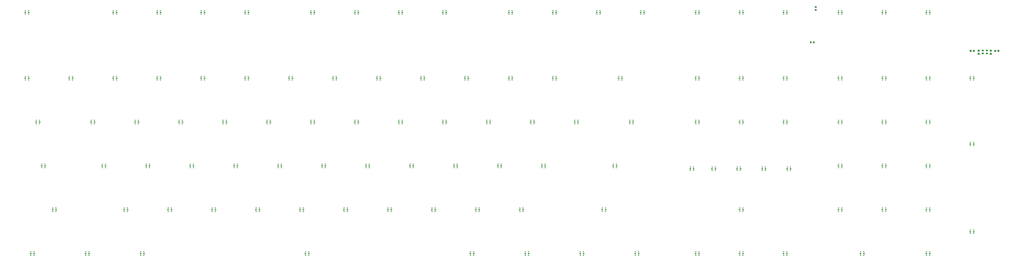
<source format=gtp>
%TF.GenerationSoftware,KiCad,Pcbnew,(5.1.7)-1*%
%TF.CreationDate,2021-06-04T23:16:26-04:00*%
%TF.ProjectId,694200101,36393432-3030-4313-9031-2e6b69636164,rev?*%
%TF.SameCoordinates,Original*%
%TF.FileFunction,Paste,Top*%
%TF.FilePolarity,Positive*%
%FSLAX46Y46*%
G04 Gerber Fmt 4.6, Leading zero omitted, Abs format (unit mm)*
G04 Created by KiCad (PCBNEW (5.1.7)-1) date 2021-06-04 23:16:26*
%MOMM*%
%LPD*%
G01*
G04 APERTURE LIST*
%ADD10R,0.700000X0.500000*%
%ADD11R,0.550000X0.400000*%
%ADD12R,0.812132X0.708142*%
%ADD13R,0.758142X0.812132*%
%ADD14R,0.862132X0.690831*%
%ADD15R,0.930000X0.970000*%
%ADD16R,0.970000X0.930000*%
G04 APERTURE END LIST*
D10*
%TO.C,D124*%
X66162500Y-70950000D03*
X67662500Y-70950000D03*
D11*
X66237500Y-71675000D03*
X67587500Y-71675000D03*
X66237500Y-70225000D03*
X67587500Y-70225000D03*
%TD*%
D10*
%TO.C,D220*%
X311414550Y-72200000D03*
X312914550Y-72200000D03*
D11*
X311489550Y-72925000D03*
X312839550Y-72925000D03*
X311489550Y-71475000D03*
X312839550Y-71475000D03*
%TD*%
D10*
%TO.C,D219*%
X404300000Y-4275000D03*
X405800000Y-4275000D03*
D11*
X404375000Y-5000000D03*
X405725000Y-5000000D03*
X404375000Y-3550000D03*
X405725000Y-3550000D03*
%TD*%
D10*
%TO.C,D218*%
X342387500Y-109050000D03*
X343887500Y-109050000D03*
D11*
X342462500Y-109775000D03*
X343812500Y-109775000D03*
X342462500Y-108325000D03*
X343812500Y-108325000D03*
%TD*%
D10*
%TO.C,D217*%
X303450000Y-72200000D03*
X301950000Y-72200000D03*
D11*
X303375000Y-71475000D03*
X302025000Y-71475000D03*
X303375000Y-72925000D03*
X302025000Y-72925000D03*
%TD*%
D10*
%TO.C,D216*%
X322259699Y-72200000D03*
X323759699Y-72200000D03*
D11*
X322334699Y-72925000D03*
X323684699Y-72925000D03*
X322334699Y-71475000D03*
X323684699Y-71475000D03*
%TD*%
D10*
%TO.C,D215*%
X385250000Y-4275000D03*
X386750000Y-4275000D03*
D11*
X385325000Y-5000000D03*
X386675000Y-5000000D03*
X385325000Y-3550000D03*
X386675000Y-3550000D03*
%TD*%
D10*
%TO.C,D214*%
X323337500Y-109050000D03*
X324837500Y-109050000D03*
D11*
X323412500Y-109775000D03*
X324762500Y-109775000D03*
X323412500Y-108325000D03*
X324762500Y-108325000D03*
%TD*%
D10*
%TO.C,D213*%
X323337500Y-90000000D03*
X324837500Y-90000000D03*
D11*
X323412500Y-90725000D03*
X324762500Y-90725000D03*
X323412500Y-89275000D03*
X324762500Y-89275000D03*
%TD*%
D10*
%TO.C,D212*%
X333104848Y-72200000D03*
X334604848Y-72200000D03*
D11*
X333179848Y-72925000D03*
X334529848Y-72925000D03*
X333179848Y-71475000D03*
X334529848Y-71475000D03*
%TD*%
D10*
%TO.C,D211*%
X366200000Y-4275000D03*
X367700000Y-4275000D03*
D11*
X366275000Y-5000000D03*
X367625000Y-5000000D03*
X366275000Y-3550000D03*
X367625000Y-3550000D03*
%TD*%
D10*
%TO.C,D210*%
X304287500Y-109050000D03*
X305787500Y-109050000D03*
D11*
X304362500Y-109775000D03*
X305712500Y-109775000D03*
X304362500Y-108325000D03*
X305712500Y-108325000D03*
%TD*%
D10*
%TO.C,D209*%
X263806250Y-90000000D03*
X265306250Y-90000000D03*
D11*
X263881250Y-90725000D03*
X265231250Y-90725000D03*
X263881250Y-89275000D03*
X265231250Y-89275000D03*
%TD*%
D10*
%TO.C,D208*%
X343950000Y-72200000D03*
X345450000Y-72200000D03*
D11*
X344025000Y-72925000D03*
X345375000Y-72925000D03*
X344025000Y-71475000D03*
X345375000Y-71475000D03*
%TD*%
D10*
%TO.C,D207*%
X366200000Y-32850000D03*
X367700000Y-32850000D03*
D11*
X366275000Y-33575000D03*
X367625000Y-33575000D03*
X366275000Y-32125000D03*
X367625000Y-32125000D03*
%TD*%
D10*
%TO.C,D206*%
X278093750Y-109050000D03*
X279593750Y-109050000D03*
D11*
X278168750Y-109775000D03*
X279518750Y-109775000D03*
X278168750Y-108325000D03*
X279518750Y-108325000D03*
%TD*%
D10*
%TO.C,D205*%
X228087500Y-90000000D03*
X229587500Y-90000000D03*
D11*
X228162500Y-90725000D03*
X229512500Y-90725000D03*
X228162500Y-89275000D03*
X229512500Y-89275000D03*
%TD*%
D10*
%TO.C,D204*%
X423350000Y-32850000D03*
X424850000Y-32850000D03*
D11*
X423425000Y-33575000D03*
X424775000Y-33575000D03*
X423425000Y-32125000D03*
X424775000Y-32125000D03*
%TD*%
D10*
%TO.C,D203*%
X385250000Y-32850000D03*
X386750000Y-32850000D03*
D11*
X385325000Y-33575000D03*
X386675000Y-33575000D03*
X385325000Y-32125000D03*
X386675000Y-32125000D03*
%TD*%
D10*
%TO.C,D202*%
X254281250Y-109050000D03*
X255781250Y-109050000D03*
D11*
X254356250Y-109775000D03*
X255706250Y-109775000D03*
X254356250Y-108325000D03*
X255706250Y-108325000D03*
%TD*%
D10*
%TO.C,D201*%
X209037500Y-90000000D03*
X210537500Y-90000000D03*
D11*
X209112500Y-90725000D03*
X210462500Y-90725000D03*
X209112500Y-89275000D03*
X210462500Y-89275000D03*
%TD*%
D10*
%TO.C,D200*%
X375725000Y-109050000D03*
X377225000Y-109050000D03*
D11*
X375800000Y-109775000D03*
X377150000Y-109775000D03*
X375800000Y-108325000D03*
X377150000Y-108325000D03*
%TD*%
D10*
%TO.C,D199*%
X366200000Y-51900000D03*
X367700000Y-51900000D03*
D11*
X366275000Y-52625000D03*
X367625000Y-52625000D03*
X366275000Y-51175000D03*
X367625000Y-51175000D03*
%TD*%
D10*
%TO.C,D198*%
X230468750Y-109050000D03*
X231968750Y-109050000D03*
D11*
X230543750Y-109775000D03*
X231893750Y-109775000D03*
X230543750Y-108325000D03*
X231893750Y-108325000D03*
%TD*%
D10*
%TO.C,D197*%
X189987500Y-90000000D03*
X191487500Y-90000000D03*
D11*
X190062500Y-90725000D03*
X191412500Y-90725000D03*
X190062500Y-89275000D03*
X191412500Y-89275000D03*
%TD*%
D10*
%TO.C,D196*%
X423350000Y-61425000D03*
X424850000Y-61425000D03*
D11*
X423425000Y-62150000D03*
X424775000Y-62150000D03*
X423425000Y-60700000D03*
X424775000Y-60700000D03*
%TD*%
D10*
%TO.C,D195*%
X404300000Y-51900000D03*
X405800000Y-51900000D03*
D11*
X404375000Y-52625000D03*
X405725000Y-52625000D03*
X404375000Y-51175000D03*
X405725000Y-51175000D03*
%TD*%
D10*
%TO.C,D194*%
X206656250Y-109050000D03*
X208156250Y-109050000D03*
D11*
X206731250Y-109775000D03*
X208081250Y-109775000D03*
X206731250Y-108325000D03*
X208081250Y-108325000D03*
%TD*%
D10*
%TO.C,D193*%
X170937500Y-90000000D03*
X172437500Y-90000000D03*
D11*
X171012500Y-90725000D03*
X172362500Y-90725000D03*
X171012500Y-89275000D03*
X172362500Y-89275000D03*
%TD*%
D10*
%TO.C,D192*%
X423350000Y-99525000D03*
X424850000Y-99525000D03*
D11*
X423425000Y-100250000D03*
X424775000Y-100250000D03*
X423425000Y-98800000D03*
X424775000Y-98800000D03*
%TD*%
D10*
%TO.C,D191*%
X385250000Y-51900000D03*
X386750000Y-51900000D03*
D11*
X385325000Y-52625000D03*
X386675000Y-52625000D03*
X385325000Y-51175000D03*
X386675000Y-51175000D03*
%TD*%
D10*
%TO.C,D190*%
X135218750Y-109050000D03*
X136718750Y-109050000D03*
D11*
X135293750Y-109775000D03*
X136643750Y-109775000D03*
X135293750Y-108325000D03*
X136643750Y-108325000D03*
%TD*%
D10*
%TO.C,D189*%
X151887500Y-90000000D03*
X153387500Y-90000000D03*
D11*
X151962500Y-90725000D03*
X153312500Y-90725000D03*
X151962500Y-89275000D03*
X153312500Y-89275000D03*
%TD*%
D10*
%TO.C,D188*%
X404300000Y-109050000D03*
X405800000Y-109050000D03*
D11*
X404375000Y-109775000D03*
X405725000Y-109775000D03*
X404375000Y-108325000D03*
X405725000Y-108325000D03*
%TD*%
D10*
%TO.C,D187*%
X404300000Y-32850000D03*
X405800000Y-32850000D03*
D11*
X404375000Y-33575000D03*
X405725000Y-33575000D03*
X404375000Y-32125000D03*
X405725000Y-32125000D03*
%TD*%
D10*
%TO.C,D186*%
X113787500Y-90000000D03*
X115287500Y-90000000D03*
D11*
X113862500Y-90725000D03*
X115212500Y-90725000D03*
X113862500Y-89275000D03*
X115212500Y-89275000D03*
%TD*%
D10*
%TO.C,D185*%
X132837500Y-90000000D03*
X134337500Y-90000000D03*
D11*
X132912500Y-90725000D03*
X134262500Y-90725000D03*
X132912500Y-89275000D03*
X134262500Y-89275000D03*
%TD*%
D10*
%TO.C,D184*%
X404300000Y-90000000D03*
X405800000Y-90000000D03*
D11*
X404375000Y-90725000D03*
X405725000Y-90725000D03*
X404375000Y-89275000D03*
X405725000Y-89275000D03*
%TD*%
D10*
%TO.C,D183*%
X404300000Y-70950000D03*
X405800000Y-70950000D03*
D11*
X404375000Y-71675000D03*
X405725000Y-71675000D03*
X404375000Y-70225000D03*
X405725000Y-70225000D03*
%TD*%
D10*
%TO.C,D182*%
X63781250Y-109050000D03*
X65281250Y-109050000D03*
D11*
X63856250Y-109775000D03*
X65206250Y-109775000D03*
X63856250Y-108325000D03*
X65206250Y-108325000D03*
%TD*%
D10*
%TO.C,D181*%
X94737500Y-90000000D03*
X96237500Y-90000000D03*
D11*
X94812500Y-90725000D03*
X96162500Y-90725000D03*
X94812500Y-89275000D03*
X96162500Y-89275000D03*
%TD*%
D10*
%TO.C,D180*%
X385250000Y-90000000D03*
X386750000Y-90000000D03*
D11*
X385325000Y-90725000D03*
X386675000Y-90725000D03*
X385325000Y-89275000D03*
X386675000Y-89275000D03*
%TD*%
D10*
%TO.C,D179*%
X385250000Y-70950000D03*
X386750000Y-70950000D03*
D11*
X385325000Y-71675000D03*
X386675000Y-71675000D03*
X385325000Y-70225000D03*
X386675000Y-70225000D03*
%TD*%
D10*
%TO.C,D178*%
X39968750Y-109050000D03*
X41468750Y-109050000D03*
D11*
X40043750Y-109775000D03*
X41393750Y-109775000D03*
X40043750Y-108325000D03*
X41393750Y-108325000D03*
%TD*%
D10*
%TO.C,D177*%
X75687500Y-90000000D03*
X77187500Y-90000000D03*
D11*
X75762500Y-90725000D03*
X77112500Y-90725000D03*
X75762500Y-89275000D03*
X77112500Y-89275000D03*
%TD*%
D10*
%TO.C,D176*%
X366200000Y-90000000D03*
X367700000Y-90000000D03*
D11*
X366275000Y-90725000D03*
X367625000Y-90725000D03*
X366275000Y-89275000D03*
X367625000Y-89275000D03*
%TD*%
D10*
%TO.C,D175*%
X366200000Y-70950000D03*
X367700000Y-70950000D03*
D11*
X366275000Y-71675000D03*
X367625000Y-71675000D03*
X366275000Y-70225000D03*
X367625000Y-70225000D03*
%TD*%
D10*
%TO.C,D174*%
X16156250Y-109050000D03*
X17656250Y-109050000D03*
D11*
X16231250Y-109775000D03*
X17581250Y-109775000D03*
X16231250Y-108325000D03*
X17581250Y-108325000D03*
%TD*%
D10*
%TO.C,D173*%
X56637500Y-90000000D03*
X58137500Y-90000000D03*
D11*
X56712500Y-90725000D03*
X58062500Y-90725000D03*
X56712500Y-89275000D03*
X58062500Y-89275000D03*
%TD*%
D10*
%TO.C,D172*%
X342387500Y-32850000D03*
X343887500Y-32850000D03*
D11*
X342462500Y-33575000D03*
X343812500Y-33575000D03*
X342462500Y-32125000D03*
X343812500Y-32125000D03*
%TD*%
D10*
%TO.C,D171*%
X323337500Y-51900000D03*
X324837500Y-51900000D03*
D11*
X323412500Y-52625000D03*
X324762500Y-52625000D03*
X323412500Y-51175000D03*
X324762500Y-51175000D03*
%TD*%
D10*
%TO.C,D170*%
X323337500Y-32850000D03*
X324837500Y-32850000D03*
D11*
X323412500Y-33575000D03*
X324762500Y-33575000D03*
X323412500Y-32125000D03*
X324762500Y-32125000D03*
%TD*%
D10*
%TO.C,D169*%
X342387500Y-4275000D03*
X343887500Y-4275000D03*
D11*
X342462500Y-5000000D03*
X343812500Y-5000000D03*
X342462500Y-3550000D03*
X343812500Y-3550000D03*
%TD*%
D10*
%TO.C,D168*%
X342387500Y-51900000D03*
X343887500Y-51900000D03*
D11*
X342462500Y-52625000D03*
X343812500Y-52625000D03*
X342462500Y-51175000D03*
X343812500Y-51175000D03*
%TD*%
D10*
%TO.C,D167*%
X304287500Y-51900000D03*
X305787500Y-51900000D03*
D11*
X304362500Y-52625000D03*
X305712500Y-52625000D03*
X304362500Y-51175000D03*
X305712500Y-51175000D03*
%TD*%
D10*
%TO.C,D166*%
X304287500Y-32850000D03*
X305787500Y-32850000D03*
D11*
X304362500Y-33575000D03*
X305712500Y-33575000D03*
X304362500Y-32125000D03*
X305712500Y-32125000D03*
%TD*%
D10*
%TO.C,D165*%
X323337500Y-4275000D03*
X324837500Y-4275000D03*
D11*
X323412500Y-5000000D03*
X324762500Y-5000000D03*
X323412500Y-3550000D03*
X324762500Y-3550000D03*
%TD*%
D10*
%TO.C,D164*%
X268568750Y-70950000D03*
X270068750Y-70950000D03*
D11*
X268643750Y-71675000D03*
X269993750Y-71675000D03*
X268643750Y-70225000D03*
X269993750Y-70225000D03*
%TD*%
D10*
%TO.C,D163*%
X275712500Y-51900000D03*
X277212500Y-51900000D03*
D11*
X275787500Y-52625000D03*
X277137500Y-52625000D03*
X275787500Y-51175000D03*
X277137500Y-51175000D03*
%TD*%
D10*
%TO.C,D162*%
X270950000Y-32850000D03*
X272450000Y-32850000D03*
D11*
X271025000Y-33575000D03*
X272375000Y-33575000D03*
X271025000Y-32125000D03*
X272375000Y-32125000D03*
%TD*%
D10*
%TO.C,D161*%
X304287500Y-4275000D03*
X305787500Y-4275000D03*
D11*
X304362500Y-5000000D03*
X305712500Y-5000000D03*
X304362500Y-3550000D03*
X305712500Y-3550000D03*
%TD*%
D10*
%TO.C,D160*%
X237612500Y-70950000D03*
X239112500Y-70950000D03*
D11*
X237687500Y-71675000D03*
X239037500Y-71675000D03*
X237687500Y-70225000D03*
X239037500Y-70225000D03*
%TD*%
D10*
%TO.C,D159*%
X251900000Y-51900000D03*
X253400000Y-51900000D03*
D11*
X251975000Y-52625000D03*
X253325000Y-52625000D03*
X251975000Y-51175000D03*
X253325000Y-51175000D03*
%TD*%
D10*
%TO.C,D158*%
X242375000Y-32850000D03*
X243875000Y-32850000D03*
D11*
X242450000Y-33575000D03*
X243800000Y-33575000D03*
X242450000Y-32125000D03*
X243800000Y-32125000D03*
%TD*%
D10*
%TO.C,D157*%
X280475000Y-4275000D03*
X281975000Y-4275000D03*
D11*
X280550000Y-5000000D03*
X281900000Y-5000000D03*
X280550000Y-3550000D03*
X281900000Y-3550000D03*
%TD*%
D10*
%TO.C,D156*%
X218562500Y-70950000D03*
X220062500Y-70950000D03*
D11*
X218637500Y-71675000D03*
X219987500Y-71675000D03*
X218637500Y-70225000D03*
X219987500Y-70225000D03*
%TD*%
D10*
%TO.C,D155*%
X232850000Y-51900000D03*
X234350000Y-51900000D03*
D11*
X232925000Y-52625000D03*
X234275000Y-52625000D03*
X232925000Y-51175000D03*
X234275000Y-51175000D03*
%TD*%
D10*
%TO.C,D154*%
X223325000Y-32850000D03*
X224825000Y-32850000D03*
D11*
X223400000Y-33575000D03*
X224750000Y-33575000D03*
X223400000Y-32125000D03*
X224750000Y-32125000D03*
%TD*%
D10*
%TO.C,D153*%
X261425000Y-4275000D03*
X262925000Y-4275000D03*
D11*
X261500000Y-5000000D03*
X262850000Y-5000000D03*
X261500000Y-3550000D03*
X262850000Y-3550000D03*
%TD*%
D10*
%TO.C,D152*%
X199512500Y-70950000D03*
X201012500Y-70950000D03*
D11*
X199587500Y-71675000D03*
X200937500Y-71675000D03*
X199587500Y-70225000D03*
X200937500Y-70225000D03*
%TD*%
D10*
%TO.C,D151*%
X213800000Y-51900000D03*
X215300000Y-51900000D03*
D11*
X213875000Y-52625000D03*
X215225000Y-52625000D03*
X213875000Y-51175000D03*
X215225000Y-51175000D03*
%TD*%
D10*
%TO.C,D150*%
X204275000Y-32850000D03*
X205775000Y-32850000D03*
D11*
X204350000Y-33575000D03*
X205700000Y-33575000D03*
X204350000Y-32125000D03*
X205700000Y-32125000D03*
%TD*%
D10*
%TO.C,D149*%
X242375000Y-4275000D03*
X243875000Y-4275000D03*
D11*
X242450000Y-5000000D03*
X243800000Y-5000000D03*
X242450000Y-3550000D03*
X243800000Y-3550000D03*
%TD*%
D10*
%TO.C,D148*%
X180462500Y-70950000D03*
X181962500Y-70950000D03*
D11*
X180537500Y-71675000D03*
X181887500Y-71675000D03*
X180537500Y-70225000D03*
X181887500Y-70225000D03*
%TD*%
D10*
%TO.C,D147*%
X194750000Y-51900000D03*
X196250000Y-51900000D03*
D11*
X194825000Y-52625000D03*
X196175000Y-52625000D03*
X194825000Y-51175000D03*
X196175000Y-51175000D03*
%TD*%
D10*
%TO.C,D146*%
X185225000Y-32850000D03*
X186725000Y-32850000D03*
D11*
X185300000Y-33575000D03*
X186650000Y-33575000D03*
X185300000Y-32125000D03*
X186650000Y-32125000D03*
%TD*%
D10*
%TO.C,D145*%
X223325000Y-4275000D03*
X224825000Y-4275000D03*
D11*
X223400000Y-5000000D03*
X224750000Y-5000000D03*
X223400000Y-3550000D03*
X224750000Y-3550000D03*
%TD*%
D10*
%TO.C,D144*%
X161412500Y-70950000D03*
X162912500Y-70950000D03*
D11*
X161487500Y-71675000D03*
X162837500Y-71675000D03*
X161487500Y-70225000D03*
X162837500Y-70225000D03*
%TD*%
D10*
%TO.C,D143*%
X175700000Y-51900000D03*
X177200000Y-51900000D03*
D11*
X175775000Y-52625000D03*
X177125000Y-52625000D03*
X175775000Y-51175000D03*
X177125000Y-51175000D03*
%TD*%
D10*
%TO.C,D142*%
X166175000Y-32850000D03*
X167675000Y-32850000D03*
D11*
X166250000Y-33575000D03*
X167600000Y-33575000D03*
X166250000Y-32125000D03*
X167600000Y-32125000D03*
%TD*%
D10*
%TO.C,D141*%
X194750000Y-4275000D03*
X196250000Y-4275000D03*
D11*
X194825000Y-5000000D03*
X196175000Y-5000000D03*
X194825000Y-3550000D03*
X196175000Y-3550000D03*
%TD*%
D10*
%TO.C,D140*%
X142362500Y-70950000D03*
X143862500Y-70950000D03*
D11*
X142437500Y-71675000D03*
X143787500Y-71675000D03*
X142437500Y-70225000D03*
X143787500Y-70225000D03*
%TD*%
D10*
%TO.C,D139*%
X156650000Y-51900000D03*
X158150000Y-51900000D03*
D11*
X156725000Y-52625000D03*
X158075000Y-52625000D03*
X156725000Y-51175000D03*
X158075000Y-51175000D03*
%TD*%
D10*
%TO.C,D138*%
X147125000Y-32850000D03*
X148625000Y-32850000D03*
D11*
X147200000Y-33575000D03*
X148550000Y-33575000D03*
X147200000Y-32125000D03*
X148550000Y-32125000D03*
%TD*%
D10*
%TO.C,D137*%
X175700000Y-4275000D03*
X177200000Y-4275000D03*
D11*
X175775000Y-5000000D03*
X177125000Y-5000000D03*
X175775000Y-3550000D03*
X177125000Y-3550000D03*
%TD*%
D10*
%TO.C,D136*%
X123312500Y-70950000D03*
X124812500Y-70950000D03*
D11*
X123387500Y-71675000D03*
X124737500Y-71675000D03*
X123387500Y-70225000D03*
X124737500Y-70225000D03*
%TD*%
D10*
%TO.C,D135*%
X137600000Y-51900000D03*
X139100000Y-51900000D03*
D11*
X137675000Y-52625000D03*
X139025000Y-52625000D03*
X137675000Y-51175000D03*
X139025000Y-51175000D03*
%TD*%
D10*
%TO.C,D134*%
X128075000Y-32850000D03*
X129575000Y-32850000D03*
D11*
X128150000Y-33575000D03*
X129500000Y-33575000D03*
X128150000Y-32125000D03*
X129500000Y-32125000D03*
%TD*%
D10*
%TO.C,D133*%
X156650000Y-4275000D03*
X158150000Y-4275000D03*
D11*
X156725000Y-5000000D03*
X158075000Y-5000000D03*
X156725000Y-3550000D03*
X158075000Y-3550000D03*
%TD*%
D10*
%TO.C,D132*%
X104262500Y-70950000D03*
X105762500Y-70950000D03*
D11*
X104337500Y-71675000D03*
X105687500Y-71675000D03*
X104337500Y-70225000D03*
X105687500Y-70225000D03*
%TD*%
D10*
%TO.C,D131*%
X118550000Y-51900000D03*
X120050000Y-51900000D03*
D11*
X118625000Y-52625000D03*
X119975000Y-52625000D03*
X118625000Y-51175000D03*
X119975000Y-51175000D03*
%TD*%
D10*
%TO.C,D130*%
X109025000Y-32850000D03*
X110525000Y-32850000D03*
D11*
X109100000Y-33575000D03*
X110450000Y-33575000D03*
X109100000Y-32125000D03*
X110450000Y-32125000D03*
%TD*%
D10*
%TO.C,D129*%
X137600000Y-4275000D03*
X139100000Y-4275000D03*
D11*
X137675000Y-5000000D03*
X139025000Y-5000000D03*
X137675000Y-3550000D03*
X139025000Y-3550000D03*
%TD*%
D10*
%TO.C,D128*%
X85212500Y-70950000D03*
X86712500Y-70950000D03*
D11*
X85287500Y-71675000D03*
X86637500Y-71675000D03*
X85287500Y-70225000D03*
X86637500Y-70225000D03*
%TD*%
D10*
%TO.C,D127*%
X99500000Y-51900000D03*
X101000000Y-51900000D03*
D11*
X99575000Y-52625000D03*
X100925000Y-52625000D03*
X99575000Y-51175000D03*
X100925000Y-51175000D03*
%TD*%
D10*
%TO.C,D126*%
X89975000Y-32850000D03*
X91475000Y-32850000D03*
D11*
X90050000Y-33575000D03*
X91400000Y-33575000D03*
X90050000Y-32125000D03*
X91400000Y-32125000D03*
%TD*%
D10*
%TO.C,D125*%
X109025000Y-4275000D03*
X110525000Y-4275000D03*
D11*
X109100000Y-5000000D03*
X110450000Y-5000000D03*
X109100000Y-3550000D03*
X110450000Y-3550000D03*
%TD*%
D10*
%TO.C,D123*%
X80450000Y-51900000D03*
X81950000Y-51900000D03*
D11*
X80525000Y-52625000D03*
X81875000Y-52625000D03*
X80525000Y-51175000D03*
X81875000Y-51175000D03*
%TD*%
D10*
%TO.C,D122*%
X70925000Y-32850000D03*
X72425000Y-32850000D03*
D11*
X71000000Y-33575000D03*
X72350000Y-33575000D03*
X71000000Y-32125000D03*
X72350000Y-32125000D03*
%TD*%
D10*
%TO.C,D121*%
X89975000Y-4275000D03*
X91475000Y-4275000D03*
D11*
X90050000Y-5000000D03*
X91400000Y-5000000D03*
X90050000Y-3550000D03*
X91400000Y-3550000D03*
%TD*%
D10*
%TO.C,D120*%
X47112500Y-70950000D03*
X48612500Y-70950000D03*
D11*
X47187500Y-71675000D03*
X48537500Y-71675000D03*
X47187500Y-70225000D03*
X48537500Y-70225000D03*
%TD*%
D10*
%TO.C,D119*%
X61400000Y-51900000D03*
X62900000Y-51900000D03*
D11*
X61475000Y-52625000D03*
X62825000Y-52625000D03*
X61475000Y-51175000D03*
X62825000Y-51175000D03*
%TD*%
D10*
%TO.C,D118*%
X51875000Y-32850000D03*
X53375000Y-32850000D03*
D11*
X51950000Y-33575000D03*
X53300000Y-33575000D03*
X51950000Y-32125000D03*
X53300000Y-32125000D03*
%TD*%
D10*
%TO.C,D117*%
X70925000Y-4275000D03*
X72425000Y-4275000D03*
D11*
X71000000Y-5000000D03*
X72350000Y-5000000D03*
X71000000Y-3550000D03*
X72350000Y-3550000D03*
%TD*%
D10*
%TO.C,D116*%
X25681250Y-90000000D03*
X27181250Y-90000000D03*
D11*
X25756250Y-90725000D03*
X27106250Y-90725000D03*
X25756250Y-89275000D03*
X27106250Y-89275000D03*
%TD*%
D10*
%TO.C,D115*%
X42350000Y-51900000D03*
X43850000Y-51900000D03*
D11*
X42425000Y-52625000D03*
X43775000Y-52625000D03*
X42425000Y-51175000D03*
X43775000Y-51175000D03*
%TD*%
D10*
%TO.C,D114*%
X32825000Y-32850000D03*
X34325000Y-32850000D03*
D11*
X32900000Y-33575000D03*
X34250000Y-33575000D03*
X32900000Y-32125000D03*
X34250000Y-32125000D03*
%TD*%
D10*
%TO.C,D113*%
X51875000Y-4275000D03*
X53375000Y-4275000D03*
D11*
X51950000Y-5000000D03*
X53300000Y-5000000D03*
X51950000Y-3550000D03*
X53300000Y-3550000D03*
%TD*%
D10*
%TO.C,D112*%
X20918750Y-70950000D03*
X22418750Y-70950000D03*
D11*
X20993750Y-71675000D03*
X22343750Y-71675000D03*
X20993750Y-70225000D03*
X22343750Y-70225000D03*
%TD*%
D10*
%TO.C,D111*%
X18537500Y-51900000D03*
X20037500Y-51900000D03*
D11*
X18612500Y-52625000D03*
X19962500Y-52625000D03*
X18612500Y-51175000D03*
X19962500Y-51175000D03*
%TD*%
D10*
%TO.C,D110*%
X13775000Y-32850000D03*
X15275000Y-32850000D03*
D11*
X13850000Y-33575000D03*
X15200000Y-33575000D03*
X13850000Y-32125000D03*
X15200000Y-32125000D03*
%TD*%
D10*
%TO.C,D109*%
X13775000Y-4275000D03*
X15275000Y-4275000D03*
D11*
X13850000Y-5000000D03*
X15200000Y-5000000D03*
X13850000Y-3550000D03*
X15200000Y-3550000D03*
%TD*%
D12*
%TO.C,C10*%
X430530000Y-20828000D03*
X430530000Y-22131988D03*
%TD*%
%TO.C,C9*%
X428752000Y-20811006D03*
X428752000Y-22114994D03*
%TD*%
D13*
%TO.C,C8*%
X354211006Y-17272000D03*
X355464994Y-17272000D03*
%TD*%
D14*
%TO.C,R2*%
X356362000Y-1902499D03*
X356362000Y-3177500D03*
%TD*%
D15*
%TO.C,R14*%
X432181000Y-20910000D03*
X432181000Y-22270000D03*
%TD*%
D16*
%TO.C,R13*%
X435528000Y-20955000D03*
X434168000Y-20955000D03*
%TD*%
D15*
%TO.C,R12*%
X426974000Y-20910000D03*
X426974000Y-22270000D03*
%TD*%
D16*
%TO.C,R11*%
X423500000Y-20955000D03*
X424860000Y-20955000D03*
%TD*%
M02*

</source>
